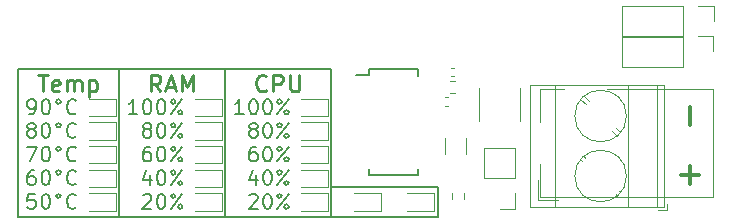
<source format=gbr>
%TF.GenerationSoftware,KiCad,Pcbnew,(6.0.1)*%
%TF.CreationDate,2022-02-13T16:15:42+01:00*%
%TF.ProjectId,PiStackMon_lite,50695374-6163-46b4-9d6f-6e5f6c697465,rev?*%
%TF.SameCoordinates,Original*%
%TF.FileFunction,Legend,Top*%
%TF.FilePolarity,Positive*%
%FSLAX46Y46*%
G04 Gerber Fmt 4.6, Leading zero omitted, Abs format (unit mm)*
G04 Created by KiCad (PCBNEW (6.0.1)) date 2022-02-13 16:15:42*
%MOMM*%
%LPD*%
G01*
G04 APERTURE LIST*
%ADD10C,0.150000*%
%ADD11C,0.230000*%
%ADD12C,0.330000*%
%ADD13C,0.200000*%
%ADD14C,0.120000*%
G04 APERTURE END LIST*
D10*
X23500000Y-34250000D02*
X50000000Y-34250000D01*
X50000000Y-46750000D02*
X59000000Y-46750000D01*
X50000000Y-46750000D02*
X23500000Y-46750000D01*
X59000000Y-44232500D02*
X50000000Y-44267500D01*
X59000000Y-46750000D02*
X59000000Y-44232500D01*
X50000000Y-34250000D02*
X50000000Y-46750000D01*
X32000000Y-34250000D02*
X32000000Y-46750000D01*
X23500000Y-46750000D02*
X23500000Y-34250000D01*
X41000000Y-34250000D02*
X41000000Y-46750000D01*
D11*
X25183333Y-34733333D02*
X25983333Y-34733333D01*
X25583333Y-36133333D02*
X25583333Y-34733333D01*
X26983333Y-36066666D02*
X26850000Y-36133333D01*
X26583333Y-36133333D01*
X26450000Y-36066666D01*
X26383333Y-35933333D01*
X26383333Y-35400000D01*
X26450000Y-35266666D01*
X26583333Y-35200000D01*
X26850000Y-35200000D01*
X26983333Y-35266666D01*
X27050000Y-35400000D01*
X27050000Y-35533333D01*
X26383333Y-35666666D01*
X27650000Y-36133333D02*
X27650000Y-35200000D01*
X27650000Y-35333333D02*
X27716666Y-35266666D01*
X27850000Y-35200000D01*
X28050000Y-35200000D01*
X28183333Y-35266666D01*
X28250000Y-35400000D01*
X28250000Y-36133333D01*
X28250000Y-35400000D02*
X28316666Y-35266666D01*
X28450000Y-35200000D01*
X28650000Y-35200000D01*
X28783333Y-35266666D01*
X28850000Y-35400000D01*
X28850000Y-36133333D01*
X29516666Y-35200000D02*
X29516666Y-36600000D01*
X29516666Y-35266666D02*
X29650000Y-35200000D01*
X29916666Y-35200000D01*
X30050000Y-35266666D01*
X30116666Y-35333333D01*
X30183333Y-35466666D01*
X30183333Y-35866666D01*
X30116666Y-36000000D01*
X30050000Y-36066666D01*
X29916666Y-36133333D01*
X29650000Y-36133333D01*
X29516666Y-36066666D01*
X44500000Y-36000000D02*
X44433333Y-36066666D01*
X44233333Y-36133333D01*
X44100000Y-36133333D01*
X43900000Y-36066666D01*
X43766666Y-35933333D01*
X43700000Y-35800000D01*
X43633333Y-35533333D01*
X43633333Y-35333333D01*
X43700000Y-35066666D01*
X43766666Y-34933333D01*
X43900000Y-34800000D01*
X44100000Y-34733333D01*
X44233333Y-34733333D01*
X44433333Y-34800000D01*
X44500000Y-34866666D01*
X45100000Y-36133333D02*
X45100000Y-34733333D01*
X45633333Y-34733333D01*
X45766666Y-34800000D01*
X45833333Y-34866666D01*
X45900000Y-35000000D01*
X45900000Y-35200000D01*
X45833333Y-35333333D01*
X45766666Y-35400000D01*
X45633333Y-35466666D01*
X45100000Y-35466666D01*
X46500000Y-34733333D02*
X46500000Y-35866666D01*
X46566666Y-36000000D01*
X46633333Y-36066666D01*
X46766666Y-36133333D01*
X47033333Y-36133333D01*
X47166666Y-36066666D01*
X47233333Y-36000000D01*
X47300000Y-35866666D01*
X47300000Y-34733333D01*
X35533333Y-36133333D02*
X35066666Y-35466666D01*
X34733333Y-36133333D02*
X34733333Y-34733333D01*
X35266666Y-34733333D01*
X35400000Y-34800000D01*
X35466666Y-34866666D01*
X35533333Y-35000000D01*
X35533333Y-35200000D01*
X35466666Y-35333333D01*
X35400000Y-35400000D01*
X35266666Y-35466666D01*
X34733333Y-35466666D01*
X36066666Y-35733333D02*
X36733333Y-35733333D01*
X35933333Y-36133333D02*
X36400000Y-34733333D01*
X36866666Y-36133333D01*
X37333333Y-36133333D02*
X37333333Y-34733333D01*
X37800000Y-35733333D01*
X38266666Y-34733333D01*
X38266666Y-36133333D01*
D12*
X80392857Y-39011904D02*
X80392857Y-37488095D01*
X80392857Y-44011904D02*
X80392857Y-42488095D01*
X81154761Y-43250000D02*
X79630952Y-43250000D01*
D13*
%TO.C,D2*%
X43643809Y-43232142D02*
X43643809Y-44065476D01*
X43346190Y-42755952D02*
X43048571Y-43648809D01*
X43822380Y-43648809D01*
X44536666Y-42815476D02*
X44655714Y-42815476D01*
X44774761Y-42875000D01*
X44834285Y-42934523D01*
X44893809Y-43053571D01*
X44953333Y-43291666D01*
X44953333Y-43589285D01*
X44893809Y-43827380D01*
X44834285Y-43946428D01*
X44774761Y-44005952D01*
X44655714Y-44065476D01*
X44536666Y-44065476D01*
X44417619Y-44005952D01*
X44358095Y-43946428D01*
X44298571Y-43827380D01*
X44239047Y-43589285D01*
X44239047Y-43291666D01*
X44298571Y-43053571D01*
X44358095Y-42934523D01*
X44417619Y-42875000D01*
X44536666Y-42815476D01*
X45429523Y-44065476D02*
X46381904Y-42815476D01*
X45608095Y-42815476D02*
X45727142Y-42875000D01*
X45786666Y-42994047D01*
X45727142Y-43113095D01*
X45608095Y-43172619D01*
X45489047Y-43113095D01*
X45429523Y-42994047D01*
X45489047Y-42875000D01*
X45608095Y-42815476D01*
X46322380Y-44005952D02*
X46381904Y-43886904D01*
X46322380Y-43767857D01*
X46203333Y-43708333D01*
X46084285Y-43767857D01*
X46024761Y-43886904D01*
X46084285Y-44005952D01*
X46203333Y-44065476D01*
X46322380Y-44005952D01*
%TO.C,D3*%
X43643809Y-40815476D02*
X43405714Y-40815476D01*
X43286666Y-40875000D01*
X43227142Y-40934523D01*
X43108095Y-41113095D01*
X43048571Y-41351190D01*
X43048571Y-41827380D01*
X43108095Y-41946428D01*
X43167619Y-42005952D01*
X43286666Y-42065476D01*
X43524761Y-42065476D01*
X43643809Y-42005952D01*
X43703333Y-41946428D01*
X43762857Y-41827380D01*
X43762857Y-41529761D01*
X43703333Y-41410714D01*
X43643809Y-41351190D01*
X43524761Y-41291666D01*
X43286666Y-41291666D01*
X43167619Y-41351190D01*
X43108095Y-41410714D01*
X43048571Y-41529761D01*
X44536666Y-40815476D02*
X44655714Y-40815476D01*
X44774761Y-40875000D01*
X44834285Y-40934523D01*
X44893809Y-41053571D01*
X44953333Y-41291666D01*
X44953333Y-41589285D01*
X44893809Y-41827380D01*
X44834285Y-41946428D01*
X44774761Y-42005952D01*
X44655714Y-42065476D01*
X44536666Y-42065476D01*
X44417619Y-42005952D01*
X44358095Y-41946428D01*
X44298571Y-41827380D01*
X44239047Y-41589285D01*
X44239047Y-41291666D01*
X44298571Y-41053571D01*
X44358095Y-40934523D01*
X44417619Y-40875000D01*
X44536666Y-40815476D01*
X45429523Y-42065476D02*
X46381904Y-40815476D01*
X45608095Y-40815476D02*
X45727142Y-40875000D01*
X45786666Y-40994047D01*
X45727142Y-41113095D01*
X45608095Y-41172619D01*
X45489047Y-41113095D01*
X45429523Y-40994047D01*
X45489047Y-40875000D01*
X45608095Y-40815476D01*
X46322380Y-42005952D02*
X46381904Y-41886904D01*
X46322380Y-41767857D01*
X46203333Y-41708333D01*
X46084285Y-41767857D01*
X46024761Y-41886904D01*
X46084285Y-42005952D01*
X46203333Y-42065476D01*
X46322380Y-42005952D01*
%TO.C,D6*%
X34048571Y-44934523D02*
X34108095Y-44875000D01*
X34227142Y-44815476D01*
X34524761Y-44815476D01*
X34643809Y-44875000D01*
X34703333Y-44934523D01*
X34762857Y-45053571D01*
X34762857Y-45172619D01*
X34703333Y-45351190D01*
X33989047Y-46065476D01*
X34762857Y-46065476D01*
X35536666Y-44815476D02*
X35655714Y-44815476D01*
X35774761Y-44875000D01*
X35834285Y-44934523D01*
X35893809Y-45053571D01*
X35953333Y-45291666D01*
X35953333Y-45589285D01*
X35893809Y-45827380D01*
X35834285Y-45946428D01*
X35774761Y-46005952D01*
X35655714Y-46065476D01*
X35536666Y-46065476D01*
X35417619Y-46005952D01*
X35358095Y-45946428D01*
X35298571Y-45827380D01*
X35239047Y-45589285D01*
X35239047Y-45291666D01*
X35298571Y-45053571D01*
X35358095Y-44934523D01*
X35417619Y-44875000D01*
X35536666Y-44815476D01*
X36429523Y-46065476D02*
X37381904Y-44815476D01*
X36608095Y-44815476D02*
X36727142Y-44875000D01*
X36786666Y-44994047D01*
X36727142Y-45113095D01*
X36608095Y-45172619D01*
X36489047Y-45113095D01*
X36429523Y-44994047D01*
X36489047Y-44875000D01*
X36608095Y-44815476D01*
X37322380Y-46005952D02*
X37381904Y-45886904D01*
X37322380Y-45767857D01*
X37203333Y-45708333D01*
X37084285Y-45767857D01*
X37024761Y-45886904D01*
X37084285Y-46005952D01*
X37203333Y-46065476D01*
X37322380Y-46005952D01*
%TO.C,D7*%
X34643809Y-43232142D02*
X34643809Y-44065476D01*
X34346190Y-42755952D02*
X34048571Y-43648809D01*
X34822380Y-43648809D01*
X35536666Y-42815476D02*
X35655714Y-42815476D01*
X35774761Y-42875000D01*
X35834285Y-42934523D01*
X35893809Y-43053571D01*
X35953333Y-43291666D01*
X35953333Y-43589285D01*
X35893809Y-43827380D01*
X35834285Y-43946428D01*
X35774761Y-44005952D01*
X35655714Y-44065476D01*
X35536666Y-44065476D01*
X35417619Y-44005952D01*
X35358095Y-43946428D01*
X35298571Y-43827380D01*
X35239047Y-43589285D01*
X35239047Y-43291666D01*
X35298571Y-43053571D01*
X35358095Y-42934523D01*
X35417619Y-42875000D01*
X35536666Y-42815476D01*
X36429523Y-44065476D02*
X37381904Y-42815476D01*
X36608095Y-42815476D02*
X36727142Y-42875000D01*
X36786666Y-42994047D01*
X36727142Y-43113095D01*
X36608095Y-43172619D01*
X36489047Y-43113095D01*
X36429523Y-42994047D01*
X36489047Y-42875000D01*
X36608095Y-42815476D01*
X37322380Y-44005952D02*
X37381904Y-43886904D01*
X37322380Y-43767857D01*
X37203333Y-43708333D01*
X37084285Y-43767857D01*
X37024761Y-43886904D01*
X37084285Y-44005952D01*
X37203333Y-44065476D01*
X37322380Y-44005952D01*
%TO.C,D8*%
X34643809Y-40815476D02*
X34405714Y-40815476D01*
X34286666Y-40875000D01*
X34227142Y-40934523D01*
X34108095Y-41113095D01*
X34048571Y-41351190D01*
X34048571Y-41827380D01*
X34108095Y-41946428D01*
X34167619Y-42005952D01*
X34286666Y-42065476D01*
X34524761Y-42065476D01*
X34643809Y-42005952D01*
X34703333Y-41946428D01*
X34762857Y-41827380D01*
X34762857Y-41529761D01*
X34703333Y-41410714D01*
X34643809Y-41351190D01*
X34524761Y-41291666D01*
X34286666Y-41291666D01*
X34167619Y-41351190D01*
X34108095Y-41410714D01*
X34048571Y-41529761D01*
X35536666Y-40815476D02*
X35655714Y-40815476D01*
X35774761Y-40875000D01*
X35834285Y-40934523D01*
X35893809Y-41053571D01*
X35953333Y-41291666D01*
X35953333Y-41589285D01*
X35893809Y-41827380D01*
X35834285Y-41946428D01*
X35774761Y-42005952D01*
X35655714Y-42065476D01*
X35536666Y-42065476D01*
X35417619Y-42005952D01*
X35358095Y-41946428D01*
X35298571Y-41827380D01*
X35239047Y-41589285D01*
X35239047Y-41291666D01*
X35298571Y-41053571D01*
X35358095Y-40934523D01*
X35417619Y-40875000D01*
X35536666Y-40815476D01*
X36429523Y-42065476D02*
X37381904Y-40815476D01*
X36608095Y-40815476D02*
X36727142Y-40875000D01*
X36786666Y-40994047D01*
X36727142Y-41113095D01*
X36608095Y-41172619D01*
X36489047Y-41113095D01*
X36429523Y-40994047D01*
X36489047Y-40875000D01*
X36608095Y-40815476D01*
X37322380Y-42005952D02*
X37381904Y-41886904D01*
X37322380Y-41767857D01*
X37203333Y-41708333D01*
X37084285Y-41767857D01*
X37024761Y-41886904D01*
X37084285Y-42005952D01*
X37203333Y-42065476D01*
X37322380Y-42005952D01*
%TO.C,D9*%
X34286666Y-39351190D02*
X34167619Y-39291666D01*
X34108095Y-39232142D01*
X34048571Y-39113095D01*
X34048571Y-39053571D01*
X34108095Y-38934523D01*
X34167619Y-38875000D01*
X34286666Y-38815476D01*
X34524761Y-38815476D01*
X34643809Y-38875000D01*
X34703333Y-38934523D01*
X34762857Y-39053571D01*
X34762857Y-39113095D01*
X34703333Y-39232142D01*
X34643809Y-39291666D01*
X34524761Y-39351190D01*
X34286666Y-39351190D01*
X34167619Y-39410714D01*
X34108095Y-39470238D01*
X34048571Y-39589285D01*
X34048571Y-39827380D01*
X34108095Y-39946428D01*
X34167619Y-40005952D01*
X34286666Y-40065476D01*
X34524761Y-40065476D01*
X34643809Y-40005952D01*
X34703333Y-39946428D01*
X34762857Y-39827380D01*
X34762857Y-39589285D01*
X34703333Y-39470238D01*
X34643809Y-39410714D01*
X34524761Y-39351190D01*
X35536666Y-38815476D02*
X35655714Y-38815476D01*
X35774761Y-38875000D01*
X35834285Y-38934523D01*
X35893809Y-39053571D01*
X35953333Y-39291666D01*
X35953333Y-39589285D01*
X35893809Y-39827380D01*
X35834285Y-39946428D01*
X35774761Y-40005952D01*
X35655714Y-40065476D01*
X35536666Y-40065476D01*
X35417619Y-40005952D01*
X35358095Y-39946428D01*
X35298571Y-39827380D01*
X35239047Y-39589285D01*
X35239047Y-39291666D01*
X35298571Y-39053571D01*
X35358095Y-38934523D01*
X35417619Y-38875000D01*
X35536666Y-38815476D01*
X36429523Y-40065476D02*
X37381904Y-38815476D01*
X36608095Y-38815476D02*
X36727142Y-38875000D01*
X36786666Y-38994047D01*
X36727142Y-39113095D01*
X36608095Y-39172619D01*
X36489047Y-39113095D01*
X36429523Y-38994047D01*
X36489047Y-38875000D01*
X36608095Y-38815476D01*
X37322380Y-40005952D02*
X37381904Y-39886904D01*
X37322380Y-39767857D01*
X37203333Y-39708333D01*
X37084285Y-39767857D01*
X37024761Y-39886904D01*
X37084285Y-40005952D01*
X37203333Y-40065476D01*
X37322380Y-40005952D01*
%TO.C,D10*%
X33572380Y-38065476D02*
X32858095Y-38065476D01*
X33215238Y-38065476D02*
X33215238Y-36815476D01*
X33096190Y-36994047D01*
X32977142Y-37113095D01*
X32858095Y-37172619D01*
X34346190Y-36815476D02*
X34465238Y-36815476D01*
X34584285Y-36875000D01*
X34643809Y-36934523D01*
X34703333Y-37053571D01*
X34762857Y-37291666D01*
X34762857Y-37589285D01*
X34703333Y-37827380D01*
X34643809Y-37946428D01*
X34584285Y-38005952D01*
X34465238Y-38065476D01*
X34346190Y-38065476D01*
X34227142Y-38005952D01*
X34167619Y-37946428D01*
X34108095Y-37827380D01*
X34048571Y-37589285D01*
X34048571Y-37291666D01*
X34108095Y-37053571D01*
X34167619Y-36934523D01*
X34227142Y-36875000D01*
X34346190Y-36815476D01*
X35536666Y-36815476D02*
X35655714Y-36815476D01*
X35774761Y-36875000D01*
X35834285Y-36934523D01*
X35893809Y-37053571D01*
X35953333Y-37291666D01*
X35953333Y-37589285D01*
X35893809Y-37827380D01*
X35834285Y-37946428D01*
X35774761Y-38005952D01*
X35655714Y-38065476D01*
X35536666Y-38065476D01*
X35417619Y-38005952D01*
X35358095Y-37946428D01*
X35298571Y-37827380D01*
X35239047Y-37589285D01*
X35239047Y-37291666D01*
X35298571Y-37053571D01*
X35358095Y-36934523D01*
X35417619Y-36875000D01*
X35536666Y-36815476D01*
X36429523Y-38065476D02*
X37381904Y-36815476D01*
X36608095Y-36815476D02*
X36727142Y-36875000D01*
X36786666Y-36994047D01*
X36727142Y-37113095D01*
X36608095Y-37172619D01*
X36489047Y-37113095D01*
X36429523Y-36994047D01*
X36489047Y-36875000D01*
X36608095Y-36815476D01*
X37322380Y-38005952D02*
X37381904Y-37886904D01*
X37322380Y-37767857D01*
X37203333Y-37708333D01*
X37084285Y-37767857D01*
X37024761Y-37886904D01*
X37084285Y-38005952D01*
X37203333Y-38065476D01*
X37322380Y-38005952D01*
%TO.C,D12*%
X24512857Y-39351190D02*
X24393809Y-39291666D01*
X24334285Y-39232142D01*
X24274761Y-39113095D01*
X24274761Y-39053571D01*
X24334285Y-38934523D01*
X24393809Y-38875000D01*
X24512857Y-38815476D01*
X24750952Y-38815476D01*
X24870000Y-38875000D01*
X24929523Y-38934523D01*
X24989047Y-39053571D01*
X24989047Y-39113095D01*
X24929523Y-39232142D01*
X24870000Y-39291666D01*
X24750952Y-39351190D01*
X24512857Y-39351190D01*
X24393809Y-39410714D01*
X24334285Y-39470238D01*
X24274761Y-39589285D01*
X24274761Y-39827380D01*
X24334285Y-39946428D01*
X24393809Y-40005952D01*
X24512857Y-40065476D01*
X24750952Y-40065476D01*
X24870000Y-40005952D01*
X24929523Y-39946428D01*
X24989047Y-39827380D01*
X24989047Y-39589285D01*
X24929523Y-39470238D01*
X24870000Y-39410714D01*
X24750952Y-39351190D01*
X25762857Y-38815476D02*
X25881904Y-38815476D01*
X26000952Y-38875000D01*
X26060476Y-38934523D01*
X26120000Y-39053571D01*
X26179523Y-39291666D01*
X26179523Y-39589285D01*
X26120000Y-39827380D01*
X26060476Y-39946428D01*
X26000952Y-40005952D01*
X25881904Y-40065476D01*
X25762857Y-40065476D01*
X25643809Y-40005952D01*
X25584285Y-39946428D01*
X25524761Y-39827380D01*
X25465238Y-39589285D01*
X25465238Y-39291666D01*
X25524761Y-39053571D01*
X25584285Y-38934523D01*
X25643809Y-38875000D01*
X25762857Y-38815476D01*
X26893809Y-38815476D02*
X26774761Y-38875000D01*
X26715238Y-38994047D01*
X26774761Y-39113095D01*
X26893809Y-39172619D01*
X27012857Y-39113095D01*
X27072380Y-38994047D01*
X27012857Y-38875000D01*
X26893809Y-38815476D01*
X28381904Y-39946428D02*
X28322380Y-40005952D01*
X28143809Y-40065476D01*
X28024761Y-40065476D01*
X27846190Y-40005952D01*
X27727142Y-39886904D01*
X27667619Y-39767857D01*
X27608095Y-39529761D01*
X27608095Y-39351190D01*
X27667619Y-39113095D01*
X27727142Y-38994047D01*
X27846190Y-38875000D01*
X28024761Y-38815476D01*
X28143809Y-38815476D01*
X28322380Y-38875000D01*
X28381904Y-38934523D01*
%TO.C,D13*%
X24215238Y-40815476D02*
X25048571Y-40815476D01*
X24512857Y-42065476D01*
X25762857Y-40815476D02*
X25881904Y-40815476D01*
X26000952Y-40875000D01*
X26060476Y-40934523D01*
X26120000Y-41053571D01*
X26179523Y-41291666D01*
X26179523Y-41589285D01*
X26120000Y-41827380D01*
X26060476Y-41946428D01*
X26000952Y-42005952D01*
X25881904Y-42065476D01*
X25762857Y-42065476D01*
X25643809Y-42005952D01*
X25584285Y-41946428D01*
X25524761Y-41827380D01*
X25465238Y-41589285D01*
X25465238Y-41291666D01*
X25524761Y-41053571D01*
X25584285Y-40934523D01*
X25643809Y-40875000D01*
X25762857Y-40815476D01*
X26893809Y-40815476D02*
X26774761Y-40875000D01*
X26715238Y-40994047D01*
X26774761Y-41113095D01*
X26893809Y-41172619D01*
X27012857Y-41113095D01*
X27072380Y-40994047D01*
X27012857Y-40875000D01*
X26893809Y-40815476D01*
X28381904Y-41946428D02*
X28322380Y-42005952D01*
X28143809Y-42065476D01*
X28024761Y-42065476D01*
X27846190Y-42005952D01*
X27727142Y-41886904D01*
X27667619Y-41767857D01*
X27608095Y-41529761D01*
X27608095Y-41351190D01*
X27667619Y-41113095D01*
X27727142Y-40994047D01*
X27846190Y-40875000D01*
X28024761Y-40815476D01*
X28143809Y-40815476D01*
X28322380Y-40875000D01*
X28381904Y-40934523D01*
%TO.C,D14*%
X24870000Y-42815476D02*
X24631904Y-42815476D01*
X24512857Y-42875000D01*
X24453333Y-42934523D01*
X24334285Y-43113095D01*
X24274761Y-43351190D01*
X24274761Y-43827380D01*
X24334285Y-43946428D01*
X24393809Y-44005952D01*
X24512857Y-44065476D01*
X24750952Y-44065476D01*
X24870000Y-44005952D01*
X24929523Y-43946428D01*
X24989047Y-43827380D01*
X24989047Y-43529761D01*
X24929523Y-43410714D01*
X24870000Y-43351190D01*
X24750952Y-43291666D01*
X24512857Y-43291666D01*
X24393809Y-43351190D01*
X24334285Y-43410714D01*
X24274761Y-43529761D01*
X25762857Y-42815476D02*
X25881904Y-42815476D01*
X26000952Y-42875000D01*
X26060476Y-42934523D01*
X26120000Y-43053571D01*
X26179523Y-43291666D01*
X26179523Y-43589285D01*
X26120000Y-43827380D01*
X26060476Y-43946428D01*
X26000952Y-44005952D01*
X25881904Y-44065476D01*
X25762857Y-44065476D01*
X25643809Y-44005952D01*
X25584285Y-43946428D01*
X25524761Y-43827380D01*
X25465238Y-43589285D01*
X25465238Y-43291666D01*
X25524761Y-43053571D01*
X25584285Y-42934523D01*
X25643809Y-42875000D01*
X25762857Y-42815476D01*
X26893809Y-42815476D02*
X26774761Y-42875000D01*
X26715238Y-42994047D01*
X26774761Y-43113095D01*
X26893809Y-43172619D01*
X27012857Y-43113095D01*
X27072380Y-42994047D01*
X27012857Y-42875000D01*
X26893809Y-42815476D01*
X28381904Y-43946428D02*
X28322380Y-44005952D01*
X28143809Y-44065476D01*
X28024761Y-44065476D01*
X27846190Y-44005952D01*
X27727142Y-43886904D01*
X27667619Y-43767857D01*
X27608095Y-43529761D01*
X27608095Y-43351190D01*
X27667619Y-43113095D01*
X27727142Y-42994047D01*
X27846190Y-42875000D01*
X28024761Y-42815476D01*
X28143809Y-42815476D01*
X28322380Y-42875000D01*
X28381904Y-42934523D01*
%TO.C,D5*%
X42572380Y-38065476D02*
X41858095Y-38065476D01*
X42215238Y-38065476D02*
X42215238Y-36815476D01*
X42096190Y-36994047D01*
X41977142Y-37113095D01*
X41858095Y-37172619D01*
X43346190Y-36815476D02*
X43465238Y-36815476D01*
X43584285Y-36875000D01*
X43643809Y-36934523D01*
X43703333Y-37053571D01*
X43762857Y-37291666D01*
X43762857Y-37589285D01*
X43703333Y-37827380D01*
X43643809Y-37946428D01*
X43584285Y-38005952D01*
X43465238Y-38065476D01*
X43346190Y-38065476D01*
X43227142Y-38005952D01*
X43167619Y-37946428D01*
X43108095Y-37827380D01*
X43048571Y-37589285D01*
X43048571Y-37291666D01*
X43108095Y-37053571D01*
X43167619Y-36934523D01*
X43227142Y-36875000D01*
X43346190Y-36815476D01*
X44536666Y-36815476D02*
X44655714Y-36815476D01*
X44774761Y-36875000D01*
X44834285Y-36934523D01*
X44893809Y-37053571D01*
X44953333Y-37291666D01*
X44953333Y-37589285D01*
X44893809Y-37827380D01*
X44834285Y-37946428D01*
X44774761Y-38005952D01*
X44655714Y-38065476D01*
X44536666Y-38065476D01*
X44417619Y-38005952D01*
X44358095Y-37946428D01*
X44298571Y-37827380D01*
X44239047Y-37589285D01*
X44239047Y-37291666D01*
X44298571Y-37053571D01*
X44358095Y-36934523D01*
X44417619Y-36875000D01*
X44536666Y-36815476D01*
X45429523Y-38065476D02*
X46381904Y-36815476D01*
X45608095Y-36815476D02*
X45727142Y-36875000D01*
X45786666Y-36994047D01*
X45727142Y-37113095D01*
X45608095Y-37172619D01*
X45489047Y-37113095D01*
X45429523Y-36994047D01*
X45489047Y-36875000D01*
X45608095Y-36815476D01*
X46322380Y-38005952D02*
X46381904Y-37886904D01*
X46322380Y-37767857D01*
X46203333Y-37708333D01*
X46084285Y-37767857D01*
X46024761Y-37886904D01*
X46084285Y-38005952D01*
X46203333Y-38065476D01*
X46322380Y-38005952D01*
%TO.C,D15*%
X24929523Y-44815476D02*
X24334285Y-44815476D01*
X24274761Y-45410714D01*
X24334285Y-45351190D01*
X24453333Y-45291666D01*
X24750952Y-45291666D01*
X24870000Y-45351190D01*
X24929523Y-45410714D01*
X24989047Y-45529761D01*
X24989047Y-45827380D01*
X24929523Y-45946428D01*
X24870000Y-46005952D01*
X24750952Y-46065476D01*
X24453333Y-46065476D01*
X24334285Y-46005952D01*
X24274761Y-45946428D01*
X25762857Y-44815476D02*
X25881904Y-44815476D01*
X26000952Y-44875000D01*
X26060476Y-44934523D01*
X26120000Y-45053571D01*
X26179523Y-45291666D01*
X26179523Y-45589285D01*
X26120000Y-45827380D01*
X26060476Y-45946428D01*
X26000952Y-46005952D01*
X25881904Y-46065476D01*
X25762857Y-46065476D01*
X25643809Y-46005952D01*
X25584285Y-45946428D01*
X25524761Y-45827380D01*
X25465238Y-45589285D01*
X25465238Y-45291666D01*
X25524761Y-45053571D01*
X25584285Y-44934523D01*
X25643809Y-44875000D01*
X25762857Y-44815476D01*
X26893809Y-44815476D02*
X26774761Y-44875000D01*
X26715238Y-44994047D01*
X26774761Y-45113095D01*
X26893809Y-45172619D01*
X27012857Y-45113095D01*
X27072380Y-44994047D01*
X27012857Y-44875000D01*
X26893809Y-44815476D01*
X28381904Y-45946428D02*
X28322380Y-46005952D01*
X28143809Y-46065476D01*
X28024761Y-46065476D01*
X27846190Y-46005952D01*
X27727142Y-45886904D01*
X27667619Y-45767857D01*
X27608095Y-45529761D01*
X27608095Y-45351190D01*
X27667619Y-45113095D01*
X27727142Y-44994047D01*
X27846190Y-44875000D01*
X28024761Y-44815476D01*
X28143809Y-44815476D01*
X28322380Y-44875000D01*
X28381904Y-44934523D01*
%TO.C,D11*%
X24393809Y-38065476D02*
X24631904Y-38065476D01*
X24750952Y-38005952D01*
X24810476Y-37946428D01*
X24929523Y-37767857D01*
X24989047Y-37529761D01*
X24989047Y-37053571D01*
X24929523Y-36934523D01*
X24870000Y-36875000D01*
X24750952Y-36815476D01*
X24512857Y-36815476D01*
X24393809Y-36875000D01*
X24334285Y-36934523D01*
X24274761Y-37053571D01*
X24274761Y-37351190D01*
X24334285Y-37470238D01*
X24393809Y-37529761D01*
X24512857Y-37589285D01*
X24750952Y-37589285D01*
X24870000Y-37529761D01*
X24929523Y-37470238D01*
X24989047Y-37351190D01*
X25762857Y-36815476D02*
X25881904Y-36815476D01*
X26000952Y-36875000D01*
X26060476Y-36934523D01*
X26120000Y-37053571D01*
X26179523Y-37291666D01*
X26179523Y-37589285D01*
X26120000Y-37827380D01*
X26060476Y-37946428D01*
X26000952Y-38005952D01*
X25881904Y-38065476D01*
X25762857Y-38065476D01*
X25643809Y-38005952D01*
X25584285Y-37946428D01*
X25524761Y-37827380D01*
X25465238Y-37589285D01*
X25465238Y-37291666D01*
X25524761Y-37053571D01*
X25584285Y-36934523D01*
X25643809Y-36875000D01*
X25762857Y-36815476D01*
X26893809Y-36815476D02*
X26774761Y-36875000D01*
X26715238Y-36994047D01*
X26774761Y-37113095D01*
X26893809Y-37172619D01*
X27012857Y-37113095D01*
X27072380Y-36994047D01*
X27012857Y-36875000D01*
X26893809Y-36815476D01*
X28381904Y-37946428D02*
X28322380Y-38005952D01*
X28143809Y-38065476D01*
X28024761Y-38065476D01*
X27846190Y-38005952D01*
X27727142Y-37886904D01*
X27667619Y-37767857D01*
X27608095Y-37529761D01*
X27608095Y-37351190D01*
X27667619Y-37113095D01*
X27727142Y-36994047D01*
X27846190Y-36875000D01*
X28024761Y-36815476D01*
X28143809Y-36815476D01*
X28322380Y-36875000D01*
X28381904Y-36934523D01*
%TO.C,D1*%
X43048571Y-44934523D02*
X43108095Y-44875000D01*
X43227142Y-44815476D01*
X43524761Y-44815476D01*
X43643809Y-44875000D01*
X43703333Y-44934523D01*
X43762857Y-45053571D01*
X43762857Y-45172619D01*
X43703333Y-45351190D01*
X42989047Y-46065476D01*
X43762857Y-46065476D01*
X44536666Y-44815476D02*
X44655714Y-44815476D01*
X44774761Y-44875000D01*
X44834285Y-44934523D01*
X44893809Y-45053571D01*
X44953333Y-45291666D01*
X44953333Y-45589285D01*
X44893809Y-45827380D01*
X44834285Y-45946428D01*
X44774761Y-46005952D01*
X44655714Y-46065476D01*
X44536666Y-46065476D01*
X44417619Y-46005952D01*
X44358095Y-45946428D01*
X44298571Y-45827380D01*
X44239047Y-45589285D01*
X44239047Y-45291666D01*
X44298571Y-45053571D01*
X44358095Y-44934523D01*
X44417619Y-44875000D01*
X44536666Y-44815476D01*
X45429523Y-46065476D02*
X46381904Y-44815476D01*
X45608095Y-44815476D02*
X45727142Y-44875000D01*
X45786666Y-44994047D01*
X45727142Y-45113095D01*
X45608095Y-45172619D01*
X45489047Y-45113095D01*
X45429523Y-44994047D01*
X45489047Y-44875000D01*
X45608095Y-44815476D01*
X46322380Y-46005952D02*
X46381904Y-45886904D01*
X46322380Y-45767857D01*
X46203333Y-45708333D01*
X46084285Y-45767857D01*
X46024761Y-45886904D01*
X46084285Y-46005952D01*
X46203333Y-46065476D01*
X46322380Y-46005952D01*
%TO.C,D4*%
X43286666Y-39351190D02*
X43167619Y-39291666D01*
X43108095Y-39232142D01*
X43048571Y-39113095D01*
X43048571Y-39053571D01*
X43108095Y-38934523D01*
X43167619Y-38875000D01*
X43286666Y-38815476D01*
X43524761Y-38815476D01*
X43643809Y-38875000D01*
X43703333Y-38934523D01*
X43762857Y-39053571D01*
X43762857Y-39113095D01*
X43703333Y-39232142D01*
X43643809Y-39291666D01*
X43524761Y-39351190D01*
X43286666Y-39351190D01*
X43167619Y-39410714D01*
X43108095Y-39470238D01*
X43048571Y-39589285D01*
X43048571Y-39827380D01*
X43108095Y-39946428D01*
X43167619Y-40005952D01*
X43286666Y-40065476D01*
X43524761Y-40065476D01*
X43643809Y-40005952D01*
X43703333Y-39946428D01*
X43762857Y-39827380D01*
X43762857Y-39589285D01*
X43703333Y-39470238D01*
X43643809Y-39410714D01*
X43524761Y-39351190D01*
X44536666Y-38815476D02*
X44655714Y-38815476D01*
X44774761Y-38875000D01*
X44834285Y-38934523D01*
X44893809Y-39053571D01*
X44953333Y-39291666D01*
X44953333Y-39589285D01*
X44893809Y-39827380D01*
X44834285Y-39946428D01*
X44774761Y-40005952D01*
X44655714Y-40065476D01*
X44536666Y-40065476D01*
X44417619Y-40005952D01*
X44358095Y-39946428D01*
X44298571Y-39827380D01*
X44239047Y-39589285D01*
X44239047Y-39291666D01*
X44298571Y-39053571D01*
X44358095Y-38934523D01*
X44417619Y-38875000D01*
X44536666Y-38815476D01*
X45429523Y-40065476D02*
X46381904Y-38815476D01*
X45608095Y-38815476D02*
X45727142Y-38875000D01*
X45786666Y-38994047D01*
X45727142Y-39113095D01*
X45608095Y-39172619D01*
X45489047Y-39113095D01*
X45429523Y-38994047D01*
X45489047Y-38875000D01*
X45608095Y-38815476D01*
X46322380Y-40005952D02*
X46381904Y-39886904D01*
X46322380Y-39767857D01*
X46203333Y-39708333D01*
X46084285Y-39767857D01*
X46024761Y-39886904D01*
X46084285Y-40005952D01*
X46203333Y-40065476D01*
X46322380Y-40005952D01*
D14*
%TO.C,D2*%
X47450000Y-44235000D02*
X49735000Y-44235000D01*
X49735000Y-42765000D02*
X47450000Y-42765000D01*
X49735000Y-44235000D02*
X49735000Y-42765000D01*
%TO.C,D3*%
X49735000Y-42235000D02*
X49735000Y-40765000D01*
X49735000Y-40765000D02*
X47450000Y-40765000D01*
X47450000Y-42235000D02*
X49735000Y-42235000D01*
%TO.C,JP1*%
X62920000Y-43505000D02*
X62920000Y-40905000D01*
X65580000Y-43505000D02*
X65580000Y-40905000D01*
X65580000Y-44775000D02*
X65580000Y-46105000D01*
X65580000Y-46105000D02*
X64250000Y-46105000D01*
X65580000Y-40905000D02*
X62920000Y-40905000D01*
X65580000Y-43505000D02*
X62920000Y-43505000D01*
%TO.C,D6*%
X38450000Y-46235000D02*
X40735000Y-46235000D01*
X40735000Y-44765000D02*
X38450000Y-44765000D01*
X40735000Y-46235000D02*
X40735000Y-44765000D01*
%TO.C,D7*%
X38450000Y-44235000D02*
X40735000Y-44235000D01*
X40735000Y-44235000D02*
X40735000Y-42765000D01*
X40735000Y-42765000D02*
X38450000Y-42765000D01*
%TO.C,D8*%
X40735000Y-40765000D02*
X38450000Y-40765000D01*
X38450000Y-42235000D02*
X40735000Y-42235000D01*
X40735000Y-42235000D02*
X40735000Y-40765000D01*
%TO.C,D9*%
X40735000Y-38765000D02*
X38450000Y-38765000D01*
X38450000Y-40235000D02*
X40735000Y-40235000D01*
X40735000Y-40235000D02*
X40735000Y-38765000D01*
%TO.C,D10*%
X40735000Y-38235000D02*
X40735000Y-36765000D01*
X40735000Y-36765000D02*
X38450000Y-36765000D01*
X38450000Y-38235000D02*
X40735000Y-38235000D01*
%TO.C,D12*%
X31735000Y-40235000D02*
X31735000Y-38765000D01*
X31735000Y-38765000D02*
X29450000Y-38765000D01*
X29450000Y-40235000D02*
X31735000Y-40235000D01*
%TO.C,D13*%
X31735000Y-42235000D02*
X31735000Y-40765000D01*
X29450000Y-42235000D02*
X31735000Y-42235000D01*
X31735000Y-40765000D02*
X29450000Y-40765000D01*
%TO.C,R2*%
X60012742Y-36272500D02*
X60487258Y-36272500D01*
X60012742Y-35227500D02*
X60487258Y-35227500D01*
%TO.C,D14*%
X31735000Y-42765000D02*
X29450000Y-42765000D01*
X31735000Y-44235000D02*
X31735000Y-42765000D01*
X29450000Y-44235000D02*
X31735000Y-44235000D01*
%TO.C,D5*%
X47450000Y-38235000D02*
X49735000Y-38235000D01*
X49735000Y-36765000D02*
X47450000Y-36765000D01*
X49735000Y-38235000D02*
X49735000Y-36765000D01*
%TO.C,D15*%
X31735000Y-44765000D02*
X29450000Y-44765000D01*
X31735000Y-46235000D02*
X31735000Y-44765000D01*
X29450000Y-46235000D02*
X31735000Y-46235000D01*
%TO.C,D11*%
X29450000Y-38235000D02*
X31735000Y-38235000D01*
X31735000Y-36765000D02*
X29450000Y-36765000D01*
X31735000Y-38235000D02*
X31735000Y-36765000D01*
D10*
%TO.C,U1*%
X53175000Y-34275000D02*
X53175000Y-34750000D01*
X57325000Y-43225000D02*
X57325000Y-42667500D01*
X57325000Y-34275000D02*
X57325000Y-34832500D01*
X53175000Y-43225000D02*
X57325000Y-43225000D01*
X53175000Y-34750000D02*
X52050000Y-34750000D01*
X53175000Y-34275000D02*
X57325000Y-34275000D01*
X53175000Y-43225000D02*
X53175000Y-42667500D01*
D14*
%TO.C,J3*%
X78400000Y-46135000D02*
X78400000Y-45635000D01*
X74074000Y-39222000D02*
X74454000Y-39602000D01*
X66840000Y-45895000D02*
X66840000Y-35615000D01*
X75100000Y-45895000D02*
X75100000Y-35615000D01*
X71146000Y-41907000D02*
X71253000Y-42014000D01*
X74347000Y-44577000D02*
X74454000Y-44683000D01*
X78160000Y-45895000D02*
X78160000Y-35615000D01*
X66840000Y-45895000D02*
X78160000Y-45895000D01*
X74081000Y-44843000D02*
X74188000Y-44949000D01*
X73792000Y-39473000D02*
X74188000Y-39868000D01*
X71146000Y-36827000D02*
X71526000Y-37207000D01*
X68900000Y-45895000D02*
X68900000Y-35615000D01*
X71412000Y-41641000D02*
X71519000Y-41748000D01*
X71412000Y-36561000D02*
X71808000Y-36956000D01*
X77600000Y-45895000D02*
X77600000Y-35615000D01*
X77660000Y-46135000D02*
X78400000Y-46135000D01*
X66840000Y-35615000D02*
X78160000Y-35615000D01*
X74980000Y-38215000D02*
G75*
G03*
X74980000Y-38215000I-2180000J0D01*
G01*
X74980000Y-43295000D02*
G75*
G03*
X74980000Y-43295000I-2180000J0D01*
G01*
%TO.C,F1*%
X62540000Y-35863748D02*
X62540000Y-38636252D01*
X65960000Y-35863748D02*
X65960000Y-38636252D01*
%TO.C,D16*%
X58735000Y-46235000D02*
X58735000Y-44765000D01*
X58735000Y-44765000D02*
X56450000Y-44765000D01*
X56450000Y-46235000D02*
X58735000Y-46235000D01*
%TO.C,D1*%
X47450000Y-46235000D02*
X49735000Y-46235000D01*
X49735000Y-46235000D02*
X49735000Y-44765000D01*
X49735000Y-44765000D02*
X47450000Y-44765000D01*
%TO.C,R3*%
X61272500Y-45237258D02*
X61272500Y-44762742D01*
X60227500Y-45237258D02*
X60227500Y-44762742D01*
%TO.C,D4*%
X49735000Y-40235000D02*
X49735000Y-38765000D01*
X47450000Y-40235000D02*
X49735000Y-40235000D01*
X49735000Y-38765000D02*
X47450000Y-38765000D01*
%TO.C,C1*%
X59590000Y-41461252D02*
X59590000Y-40038748D01*
X61410000Y-41461252D02*
X61410000Y-40038748D01*
%TO.C,J1*%
X74630000Y-28870000D02*
X74630000Y-31530000D01*
X79770000Y-28870000D02*
X74630000Y-28870000D01*
X79770000Y-31530000D02*
X74630000Y-31530000D01*
X82370000Y-28870000D02*
X82370000Y-30200000D01*
X81040000Y-28870000D02*
X82370000Y-28870000D01*
X79770000Y-28870000D02*
X79770000Y-31530000D01*
%TO.C,R5*%
X59596359Y-37380000D02*
X59903641Y-37380000D01*
X59596359Y-36620000D02*
X59903641Y-36620000D01*
%TO.C,C2*%
X60142164Y-34860000D02*
X60357836Y-34860000D01*
X60142164Y-34140000D02*
X60357836Y-34140000D01*
%TO.C,J2*%
X79755000Y-31420000D02*
X79755000Y-34080000D01*
X81025000Y-31420000D02*
X82355000Y-31420000D01*
X74615000Y-31420000D02*
X74615000Y-34080000D01*
X79755000Y-31420000D02*
X74615000Y-31420000D01*
X79755000Y-34080000D02*
X74615000Y-34080000D01*
X82355000Y-31420000D02*
X82355000Y-32750000D01*
%TO.C,J5*%
X82300000Y-35900000D02*
X82300000Y-45100000D01*
X67700000Y-45100000D02*
X67700000Y-42300000D01*
X73300000Y-35900000D02*
X82300000Y-35900000D01*
X82300000Y-45100000D02*
X67700000Y-45100000D01*
X67700000Y-38700000D02*
X67700000Y-35900000D01*
X67460000Y-45340000D02*
X67460000Y-43600000D01*
X67700000Y-35900000D02*
X69700000Y-35900000D01*
X69200000Y-45340000D02*
X67460000Y-45340000D01*
%TO.C,D17*%
X54235000Y-46235000D02*
X54235000Y-44765000D01*
X54235000Y-44765000D02*
X51950000Y-44765000D01*
X51950000Y-46235000D02*
X54235000Y-46235000D01*
%TD*%
M02*

</source>
